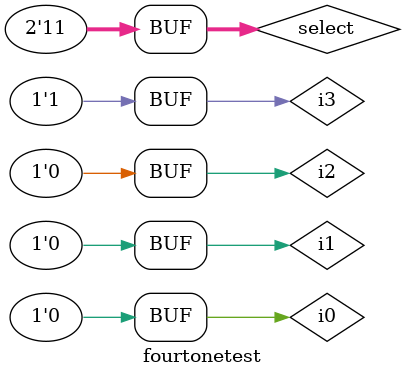
<source format=v>
`timescale 1ns / 1ps


module fourtonetest;

	// Inputs
	reg i0;
	reg i1;
	reg i2;
	reg i3;
	reg [1:0] select;

	// Outputs
	wire y;

	// Instantiate the Unit Under Test (UUT)
	ques2 uut (
		.i0(i0), 
		.i1(i1), 
		.i2(i2), 
		.i3(i3), 
		.select(select), 
		.y(y)
	);

	initial begin
		// Initialize Inputs
		i0 = 0;
		i1 = 0;
		i2 = 0;
		i3 = 0;
		select = 0;

		// Wait 100 ns for global reset to finish
		#10;
        
		// Add stimulus here
		#5 i0=1;i1=0;i2=0;i3=0;select=0;
		#5 i0=0;i1=1;i2=0;i3=0;
		#5 select=1;
		#5 i0=0;i1=0;i2=1;i3=0;
		#5 select=2;
		#5 i0=0;i1=0;i2=0;i3=1;
		#5 select=3;
	//	#5 $finish;
		

	end
      
endmodule


</source>
